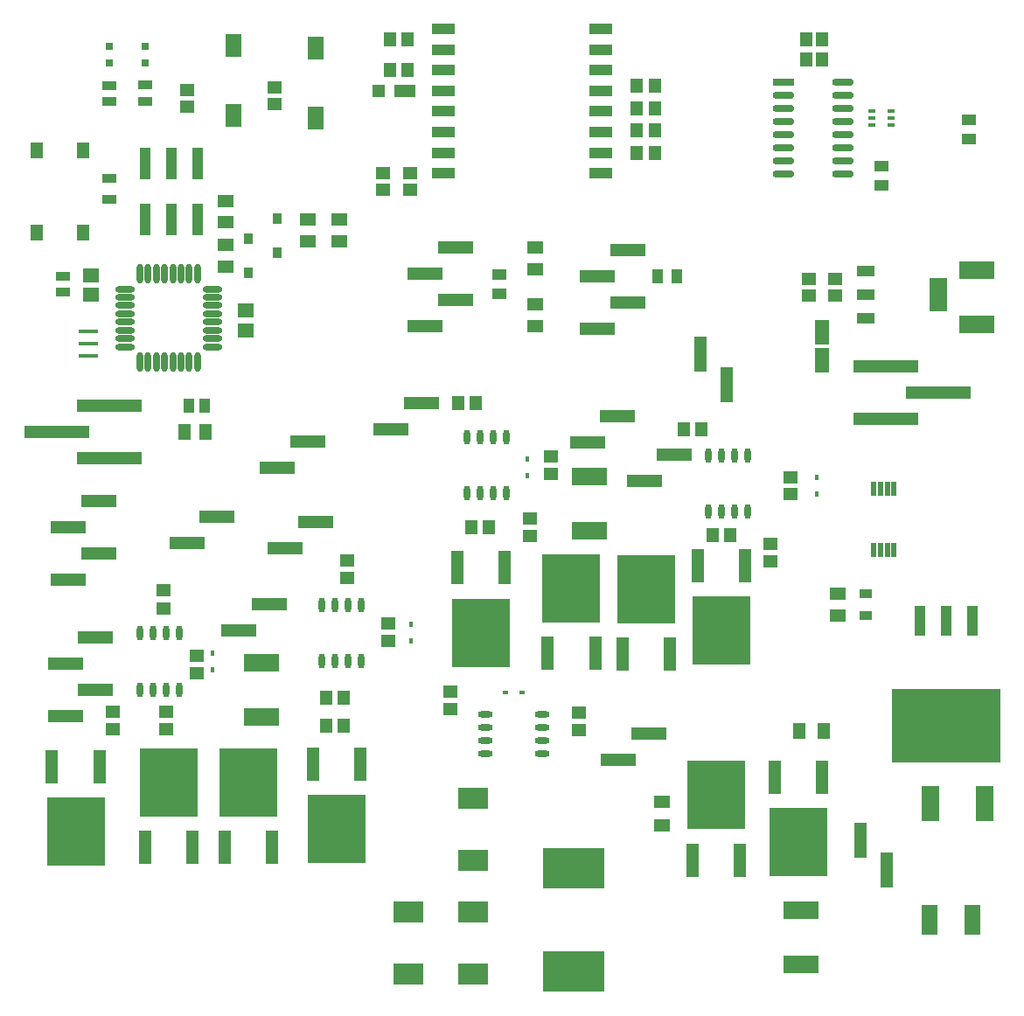
<source format=gtp>
G04*
G04 #@! TF.GenerationSoftware,Altium Limited,Altium Designer,21.4.1 (30)*
G04*
G04 Layer_Color=8421504*
%FSLAX25Y25*%
%MOIN*%
G70*
G04*
G04 #@! TF.SameCoordinates,7B2BD0F0-F325-43E0-8A4B-F521747280A9*
G04*
G04*
G04 #@! TF.FilePolarity,Positive*
G04*
G01*
G75*
%ADD22R,0.06299X0.11417*%
%ADD23O,0.02362X0.05709*%
%ADD24R,0.13504X0.05000*%
%ADD25R,0.25000X0.05000*%
%ADD26R,0.05938X0.04750*%
%ADD27R,0.03740X0.04331*%
%ADD28R,0.04724X0.12992*%
%ADD29R,0.22047X0.25984*%
%ADD30R,0.05512X0.04528*%
%ADD31O,0.05709X0.02362*%
%ADD32O,0.07677X0.02362*%
%ADD33R,0.05000X0.13504*%
%ADD34R,0.05709X0.05118*%
%ADD35R,0.03150X0.03150*%
%ADD36R,0.04921X0.04803*%
%ADD37R,0.08071X0.04803*%
%ADD38R,0.08858X0.03937*%
%ADD39R,0.04528X0.05512*%
%ADD40R,0.13780X0.07008*%
%ADD41R,0.01575X0.02165*%
%ADD42R,0.05315X0.09252*%
%ADD43R,0.13500X0.05000*%
%ADD44R,0.05709X0.04921*%
%ADD45R,0.06324X0.04939*%
%ADD46R,0.04134X0.05709*%
%ADD47R,0.05709X0.04134*%
%ADD48R,0.05118X0.05709*%
%ADD49O,0.08268X0.02992*%
%ADD50R,0.08268X0.02992*%
%ADD51R,0.04134X0.11221*%
%ADD52R,0.41339X0.28347*%
%ADD53R,0.05906X0.05512*%
%ADD54O,0.02362X0.07677*%
%ADD55R,0.05315X0.03740*%
%ADD56R,0.05118X0.06102*%
%ADD57R,0.07087X0.03937*%
%ADD58R,0.05906X0.09055*%
%ADD59R,0.04724X0.05315*%
%ADD60R,0.03937X0.12205*%
%ADD61R,0.07480X0.01575*%
%ADD62R,0.07008X0.13780*%
G04:AMPARAMS|DCode=63|XSize=17.72mil|YSize=55.12mil|CornerRadius=1.95mil|HoleSize=0mil|Usage=FLASHONLY|Rotation=180.000|XOffset=0mil|YOffset=0mil|HoleType=Round|Shape=RoundedRectangle|*
%AMROUNDEDRECTD63*
21,1,0.01772,0.05122,0,0,180.0*
21,1,0.01382,0.05512,0,0,180.0*
1,1,0.00390,-0.00691,0.02561*
1,1,0.00390,0.00691,0.02561*
1,1,0.00390,0.00691,-0.02561*
1,1,0.00390,-0.00691,-0.02561*
%
%ADD63ROUNDEDRECTD63*%
%ADD64R,0.04939X0.06324*%
%ADD65R,0.04724X0.03543*%
%ADD66R,0.23228X0.15748*%
%ADD67R,0.02165X0.01575*%
%ADD68R,0.11811X0.07874*%
%ADD69R,0.03150X0.01575*%
%ADD70R,0.05315X0.03740*%
%ADD71R,0.05709X0.03740*%
%ADD72R,0.03937X0.05315*%
%ADD73R,0.04921X0.06102*%
%ADD74R,0.07087X0.12992*%
D22*
X355906Y42323D02*
D03*
X372441D02*
D03*
D23*
X179508Y204823D02*
D03*
X184508D02*
D03*
X189508D02*
D03*
X194508D02*
D03*
X179508Y226279D02*
D03*
X184508D02*
D03*
X189508D02*
D03*
X194508D02*
D03*
X54961Y129921D02*
D03*
X59961D02*
D03*
X64961D02*
D03*
X69961D02*
D03*
X54961Y151378D02*
D03*
X59961D02*
D03*
X64961D02*
D03*
X69961D02*
D03*
X124390Y140847D02*
D03*
X129390D02*
D03*
X134390D02*
D03*
X139390D02*
D03*
X124390Y162303D02*
D03*
X129390D02*
D03*
X134390D02*
D03*
X139390D02*
D03*
X271575Y197835D02*
D03*
X276575D02*
D03*
X281575D02*
D03*
X286575D02*
D03*
X271575Y219291D02*
D03*
X276575D02*
D03*
X281575D02*
D03*
X286575D02*
D03*
D24*
X225551Y224331D02*
D03*
X237047Y234331D02*
D03*
X248858Y113268D02*
D03*
X237362Y103268D02*
D03*
X258701Y219567D02*
D03*
X247205Y209567D02*
D03*
X150748Y229252D02*
D03*
X162244Y239252D02*
D03*
X107441Y214488D02*
D03*
X118937Y224488D02*
D03*
X104173Y162480D02*
D03*
X84488Y195945D02*
D03*
X72992Y185945D02*
D03*
X110394Y183976D02*
D03*
X121890Y193976D02*
D03*
X92677Y152480D02*
D03*
D25*
X359252Y243110D02*
D03*
X339252Y253110D02*
D03*
Y233110D02*
D03*
X43465Y218347D02*
D03*
X23465Y228346D02*
D03*
X43465Y238347D02*
D03*
D26*
X119095Y309255D02*
D03*
Y300981D02*
D03*
X130905Y300781D02*
D03*
Y309055D02*
D03*
X87598Y308071D02*
D03*
Y316345D02*
D03*
Y291138D02*
D03*
Y299413D02*
D03*
X320866Y166539D02*
D03*
Y158264D02*
D03*
X205709Y298429D02*
D03*
Y268501D02*
D03*
Y276775D02*
D03*
Y290154D02*
D03*
D27*
X107283Y309646D02*
D03*
Y296654D02*
D03*
X96457Y288779D02*
D03*
Y301772D02*
D03*
D28*
X56929Y69882D02*
D03*
X74961D02*
D03*
X39528Y100591D02*
D03*
X21496D02*
D03*
X257047Y143504D02*
D03*
X239016D02*
D03*
X228504Y143701D02*
D03*
X210472D02*
D03*
X176024Y176378D02*
D03*
X194055D02*
D03*
X283622Y64961D02*
D03*
X265591D02*
D03*
X297087Y96653D02*
D03*
X315118D02*
D03*
X267559Y177362D02*
D03*
X120905Y101575D02*
D03*
X285591Y177362D02*
D03*
X138937Y101575D02*
D03*
X105472Y69882D02*
D03*
X87441D02*
D03*
D29*
X65945Y94685D02*
D03*
X30512Y75787D02*
D03*
X248031Y168307D02*
D03*
X219488Y168504D02*
D03*
X185039Y151575D02*
D03*
X274606Y89764D02*
D03*
X306102Y71850D02*
D03*
X276575Y152559D02*
D03*
X129921Y76772D02*
D03*
X96457Y94685D02*
D03*
D30*
X44618Y121685D02*
D03*
Y114992D02*
D03*
X133858Y179134D02*
D03*
Y172441D02*
D03*
X295276Y185433D02*
D03*
Y178740D02*
D03*
X64961Y121457D02*
D03*
Y114764D02*
D03*
X173228Y129331D02*
D03*
Y122638D02*
D03*
X203740Y195276D02*
D03*
Y188583D02*
D03*
X63976Y161024D02*
D03*
Y167717D02*
D03*
D31*
X208170Y105689D02*
D03*
Y110689D02*
D03*
Y115689D02*
D03*
Y120689D02*
D03*
X186714Y105689D02*
D03*
Y110689D02*
D03*
Y115689D02*
D03*
Y120689D02*
D03*
D32*
X82677Y279528D02*
D03*
X49213Y282677D02*
D03*
Y279528D02*
D03*
Y276378D02*
D03*
Y273228D02*
D03*
Y270079D02*
D03*
Y266929D02*
D03*
Y263779D02*
D03*
Y260630D02*
D03*
X82677D02*
D03*
Y263779D02*
D03*
Y266929D02*
D03*
Y270079D02*
D03*
Y273228D02*
D03*
Y276378D02*
D03*
Y282677D02*
D03*
D33*
X339646Y61181D02*
D03*
X329646Y72677D02*
D03*
X278622Y246220D02*
D03*
X268622Y257716D02*
D03*
D34*
X319882Y280315D02*
D03*
Y286614D02*
D03*
X310039Y280315D02*
D03*
Y286614D02*
D03*
X147638Y320472D02*
D03*
X157874D02*
D03*
X106299Y353346D02*
D03*
X72835Y358465D02*
D03*
Y352165D02*
D03*
X106299Y359646D02*
D03*
X157874Y326772D02*
D03*
X147638D02*
D03*
D35*
X43307Y375295D02*
D03*
Y368799D02*
D03*
X57087Y375295D02*
D03*
Y368799D02*
D03*
D36*
X145866Y358268D02*
D03*
D37*
X155905D02*
D03*
D38*
X170768Y326772D02*
D03*
X170768Y334646D02*
D03*
Y342520D02*
D03*
Y350394D02*
D03*
Y358268D02*
D03*
Y366142D02*
D03*
Y374016D02*
D03*
Y381890D02*
D03*
X230807D02*
D03*
Y374016D02*
D03*
Y366142D02*
D03*
Y358268D02*
D03*
Y350394D02*
D03*
Y342520D02*
D03*
Y334646D02*
D03*
Y326772D02*
D03*
D39*
X125984Y126969D02*
D03*
X132677D02*
D03*
Y116142D02*
D03*
X125984D02*
D03*
X181299Y191929D02*
D03*
X187992D02*
D03*
X279921Y188976D02*
D03*
X273228D02*
D03*
X183071Y239173D02*
D03*
X176378D02*
D03*
X262402Y229331D02*
D03*
X269094D02*
D03*
D40*
X101378Y140217D02*
D03*
Y119626D02*
D03*
X226378Y211083D02*
D03*
Y190492D02*
D03*
X307087Y25138D02*
D03*
Y45728D02*
D03*
X374016Y289823D02*
D03*
Y269232D02*
D03*
D41*
X82677Y137598D02*
D03*
Y143898D02*
D03*
X158465Y148425D02*
D03*
Y154724D02*
D03*
X312992Y204528D02*
D03*
Y210827D02*
D03*
X202756Y211417D02*
D03*
Y217717D02*
D03*
D42*
X314961Y266043D02*
D03*
Y255610D02*
D03*
D43*
X240986Y297480D02*
D03*
X229486Y287480D02*
D03*
X240986Y277480D02*
D03*
X229486Y267480D02*
D03*
X27715Y172008D02*
D03*
X26575Y119764D02*
D03*
X163697Y268543D02*
D03*
X175197Y278543D02*
D03*
X163697Y288543D02*
D03*
X175197Y298543D02*
D03*
X38075Y129764D02*
D03*
X26575Y139764D02*
D03*
X38075Y149764D02*
D03*
X39215Y182008D02*
D03*
X27715Y192008D02*
D03*
X39215Y202008D02*
D03*
D44*
X149606Y155118D02*
D03*
Y148622D02*
D03*
X303150Y210925D02*
D03*
Y204429D02*
D03*
X211614Y218799D02*
D03*
Y212303D02*
D03*
X222441Y114567D02*
D03*
Y121063D02*
D03*
X76772Y142717D02*
D03*
Y136221D02*
D03*
D45*
X253937Y87307D02*
D03*
Y78048D02*
D03*
D46*
X259547Y287402D02*
D03*
X252264D02*
D03*
D47*
X191929Y280807D02*
D03*
Y288090D02*
D03*
X337598Y329429D02*
D03*
Y322146D02*
D03*
X371063Y339862D02*
D03*
Y347146D02*
D03*
D48*
X308858Y377953D02*
D03*
X315158D02*
D03*
X308858Y370079D02*
D03*
X315158D02*
D03*
D49*
X322835Y326535D02*
D03*
Y331535D02*
D03*
Y336535D02*
D03*
Y341535D02*
D03*
Y346535D02*
D03*
Y351535D02*
D03*
Y356535D02*
D03*
Y361535D02*
D03*
X300394Y326535D02*
D03*
Y331535D02*
D03*
Y336535D02*
D03*
Y341535D02*
D03*
Y346535D02*
D03*
Y351535D02*
D03*
Y356535D02*
D03*
D50*
Y361535D02*
D03*
D51*
X372205Y156299D02*
D03*
X362205D02*
D03*
X352205D02*
D03*
D52*
X362205Y116142D02*
D03*
D53*
X95472Y274409D02*
D03*
Y266929D02*
D03*
X36417Y287992D02*
D03*
Y280512D02*
D03*
D54*
X54921Y254921D02*
D03*
X58071D02*
D03*
X61221D02*
D03*
X64370D02*
D03*
X67520D02*
D03*
X70669D02*
D03*
X73819D02*
D03*
X76968D02*
D03*
Y288386D02*
D03*
X73819D02*
D03*
X70669D02*
D03*
X67520D02*
D03*
X64370D02*
D03*
X61221D02*
D03*
X58071D02*
D03*
X54921D02*
D03*
D55*
X25591Y281496D02*
D03*
Y287402D02*
D03*
D56*
X15748Y304232D02*
D03*
Y335531D02*
D03*
X33465Y304232D02*
D03*
Y335531D02*
D03*
D57*
X331693Y289567D02*
D03*
Y271457D02*
D03*
Y280512D02*
D03*
D58*
X122047Y348031D02*
D03*
X90551Y375394D02*
D03*
Y349016D02*
D03*
X122047Y374410D02*
D03*
D59*
X251181Y334646D02*
D03*
X150197Y366142D02*
D03*
X156890D02*
D03*
X150197Y377953D02*
D03*
X156890D02*
D03*
X251181Y351575D02*
D03*
X244488D02*
D03*
X251181Y360236D02*
D03*
X244488D02*
D03*
X251181Y343307D02*
D03*
X244488D02*
D03*
Y334646D02*
D03*
D60*
X66929Y330512D02*
D03*
X76929D02*
D03*
X56929Y309252D02*
D03*
Y330512D02*
D03*
X66929Y309252D02*
D03*
X76929D02*
D03*
D61*
X35433Y261811D02*
D03*
Y266535D02*
D03*
Y257087D02*
D03*
D62*
X376969Y86614D02*
D03*
X356378D02*
D03*
D63*
X342421Y206496D02*
D03*
X339862D02*
D03*
X337303D02*
D03*
X334744D02*
D03*
X342421Y183268D02*
D03*
X339862D02*
D03*
X337303D02*
D03*
X334744D02*
D03*
D64*
X306394Y114173D02*
D03*
X315653D02*
D03*
D65*
X331693Y158268D02*
D03*
Y166535D02*
D03*
D66*
X220472Y22638D02*
D03*
Y62008D02*
D03*
D67*
X200592Y128937D02*
D03*
X194292D02*
D03*
D68*
X182087Y21654D02*
D03*
Y45276D02*
D03*
X157480Y21654D02*
D03*
Y45276D02*
D03*
X182087Y88583D02*
D03*
Y64961D02*
D03*
D69*
X341496Y345276D02*
D03*
Y347835D02*
D03*
Y350394D02*
D03*
X333858Y345276D02*
D03*
Y347835D02*
D03*
Y350394D02*
D03*
D70*
X43307Y360236D02*
D03*
Y354134D02*
D03*
X57087Y360433D02*
D03*
Y354331D02*
D03*
D71*
X43307Y317028D02*
D03*
Y324705D02*
D03*
D72*
X73819Y238189D02*
D03*
X79724D02*
D03*
D73*
X71850Y228346D02*
D03*
X79921D02*
D03*
D74*
X359252Y280512D02*
D03*
M02*

</source>
